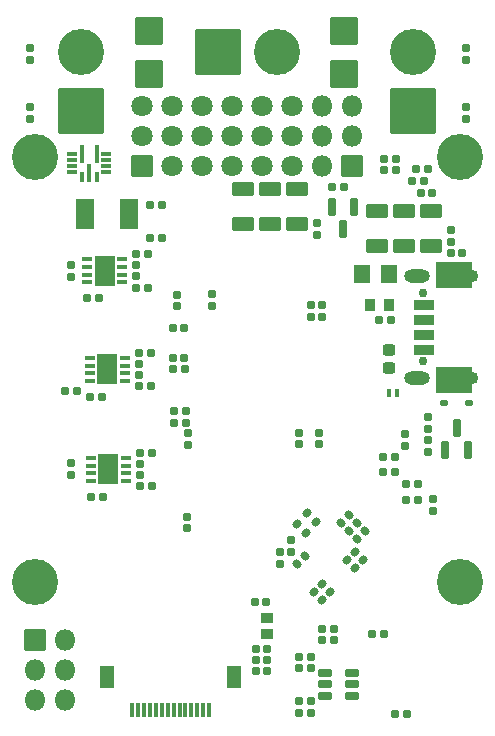
<source format=gbr>
%TF.GenerationSoftware,KiCad,Pcbnew,8.0.5*%
%TF.CreationDate,2024-11-08T19:29:56+08:00*%
%TF.ProjectId,STM32H730,53544d33-3248-4373-9330-2e6b69636164,rev?*%
%TF.SameCoordinates,Original*%
%TF.FileFunction,Soldermask,Bot*%
%TF.FilePolarity,Negative*%
%FSLAX46Y46*%
G04 Gerber Fmt 4.6, Leading zero omitted, Abs format (unit mm)*
G04 Created by KiCad (PCBNEW 8.0.5) date 2024-11-08 19:29:56*
%MOMM*%
%LPD*%
G01*
G04 APERTURE LIST*
G04 Aperture macros list*
%AMRoundRect*
0 Rectangle with rounded corners*
0 $1 Rounding radius*
0 $2 $3 $4 $5 $6 $7 $8 $9 X,Y pos of 4 corners*
0 Add a 4 corners polygon primitive as box body*
4,1,4,$2,$3,$4,$5,$6,$7,$8,$9,$2,$3,0*
0 Add four circle primitives for the rounded corners*
1,1,$1+$1,$2,$3*
1,1,$1+$1,$4,$5*
1,1,$1+$1,$6,$7*
1,1,$1+$1,$8,$9*
0 Add four rect primitives between the rounded corners*
20,1,$1+$1,$2,$3,$4,$5,0*
20,1,$1+$1,$4,$5,$6,$7,0*
20,1,$1+$1,$6,$7,$8,$9,0*
20,1,$1+$1,$8,$9,$2,$3,0*%
G04 Aperture macros list end*
%ADD10RoundRect,0.050800X-0.850000X-0.850000X0.850000X-0.850000X0.850000X0.850000X-0.850000X0.850000X0*%
%ADD11O,1.801600X1.801600*%
%ADD12C,0.751600*%
%ADD13O,2.201600X1.101600*%
%ADD14O,1.901600X1.101600*%
%ADD15C,3.901600*%
%ADD16RoundRect,0.050800X-1.900000X-1.900000X1.900000X-1.900000X1.900000X1.900000X-1.900000X1.900000X0*%
%ADD17C,1.801600*%
%ADD18RoundRect,0.050800X1.900000X-1.900000X1.900000X1.900000X-1.900000X1.900000X-1.900000X-1.900000X0*%
%ADD19RoundRect,0.050800X0.850000X0.850000X-0.850000X0.850000X-0.850000X-0.850000X0.850000X-0.850000X0*%
%ADD20RoundRect,0.165400X-0.165400X-0.195400X0.165400X-0.195400X0.165400X0.195400X-0.165400X0.195400X0*%
%ADD21RoundRect,0.160400X0.210400X-0.160400X0.210400X0.160400X-0.210400X0.160400X-0.210400X-0.160400X0*%
%ADD22RoundRect,0.165400X0.195400X-0.165400X0.195400X0.165400X-0.195400X0.165400X-0.195400X-0.165400X0*%
%ADD23RoundRect,0.160400X0.160400X0.210400X-0.160400X0.210400X-0.160400X-0.210400X0.160400X-0.210400X0*%
%ADD24RoundRect,0.165400X0.255124X0.021213X0.021213X0.255124X-0.255124X-0.021213X-0.021213X-0.255124X0*%
%ADD25RoundRect,0.272087X-0.678713X0.353713X-0.678713X-0.353713X0.678713X-0.353713X0.678713X0.353713X0*%
%ADD26RoundRect,0.160400X-0.210400X0.160400X-0.210400X-0.160400X0.210400X-0.160400X0.210400X0.160400X0*%
%ADD27RoundRect,0.050800X0.381000X0.152400X-0.381000X0.152400X-0.381000X-0.152400X0.381000X-0.152400X0*%
%ADD28RoundRect,0.050800X0.825500X1.219200X-0.825500X1.219200X-0.825500X-1.219200X0.825500X-1.219200X0*%
%ADD29RoundRect,0.165400X0.165400X0.195400X-0.165400X0.195400X-0.165400X-0.195400X0.165400X-0.195400X0*%
%ADD30RoundRect,0.050800X1.104900X1.130300X-1.104900X1.130300X-1.104900X-1.130300X1.104900X-1.130300X0*%
%ADD31RoundRect,0.160400X-0.262195X-0.035355X-0.035355X-0.262195X0.262195X0.035355X0.035355X0.262195X0*%
%ADD32RoundRect,0.050800X-0.152400X0.749300X-0.152400X-0.749300X0.152400X-0.749300X0.152400X0.749300X0*%
%ADD33RoundRect,0.050800X0.355600X0.152400X-0.355600X0.152400X-0.355600X-0.152400X0.355600X-0.152400X0*%
%ADD34RoundRect,0.050800X-0.152400X0.355600X-0.152400X-0.355600X0.152400X-0.355600X0.152400X0.355600X0*%
%ADD35RoundRect,0.160400X-0.160400X-0.210400X0.160400X-0.210400X0.160400X0.210400X-0.160400X0.210400X0*%
%ADD36RoundRect,0.175400X-0.175400X0.612900X-0.175400X-0.612900X0.175400X-0.612900X0.175400X0.612900X0*%
%ADD37RoundRect,0.165400X-0.195400X0.165400X-0.195400X-0.165400X0.195400X-0.165400X0.195400X0.165400X0*%
%ADD38RoundRect,0.165400X0.021213X-0.255124X0.255124X-0.021213X-0.021213X0.255124X-0.255124X0.021213X0*%
%ADD39RoundRect,0.165400X-0.021213X0.255124X-0.255124X0.021213X0.021213X-0.255124X0.255124X-0.021213X0*%
%ADD40RoundRect,0.050800X0.150000X0.300000X-0.150000X0.300000X-0.150000X-0.300000X0.150000X-0.300000X0*%
%ADD41RoundRect,0.050800X-0.750000X-1.250000X0.750000X-1.250000X0.750000X1.250000X-0.750000X1.250000X0*%
%ADD42RoundRect,0.137900X0.212900X0.137900X-0.212900X0.137900X-0.212900X-0.137900X0.212900X-0.137900X0*%
%ADD43RoundRect,0.050800X-0.536000X0.266000X-0.536000X-0.266000X0.536000X-0.266000X0.536000X0.266000X0*%
%ADD44RoundRect,0.244150X-0.281650X0.244150X-0.281650X-0.244150X0.281650X-0.244150X0.281650X0.244150X0*%
%ADD45RoundRect,0.050800X-0.800000X0.400000X-0.800000X-0.400000X0.800000X-0.400000X0.800000X0.400000X0*%
%ADD46RoundRect,0.050800X-1.500000X1.050000X-1.500000X-1.050000X1.500000X-1.050000X1.500000X1.050000X0*%
%ADD47RoundRect,0.225400X-0.225400X-0.300400X0.225400X-0.300400X0.225400X0.300400X-0.225400X0.300400X0*%
%ADD48RoundRect,0.160400X-0.035355X0.262195X-0.262195X0.035355X0.035355X-0.262195X0.262195X-0.035355X0*%
%ADD49RoundRect,0.175400X0.175400X-0.612900X0.175400X0.612900X-0.175400X0.612900X-0.175400X-0.612900X0*%
%ADD50RoundRect,0.050800X-0.150000X-0.550000X0.150000X-0.550000X0.150000X0.550000X-0.150000X0.550000X0*%
%ADD51RoundRect,0.050800X-0.550000X-0.900000X0.550000X-0.900000X0.550000X0.900000X-0.550000X0.900000X0*%
%ADD52RoundRect,0.050800X-0.667500X-0.750000X0.667500X-0.750000X0.667500X0.750000X-0.667500X0.750000X0*%
%ADD53RoundRect,0.050800X0.432000X-0.400000X0.432000X0.400000X-0.432000X0.400000X-0.432000X-0.400000X0*%
G04 APERTURE END LIST*
D10*
%TO.C,J7*%
X86050200Y-83149200D03*
D11*
X88590200Y-83149200D03*
X86050200Y-85689200D03*
X88590200Y-85689200D03*
X86050200Y-88229200D03*
X88590200Y-88229200D03*
%TD*%
D12*
%TO.C,J5*%
X118875000Y-59520000D03*
X118875000Y-53740000D03*
D13*
X118375000Y-60950000D03*
D14*
X122555000Y-60950000D03*
D13*
X118375000Y-52310000D03*
D14*
X122555000Y-52310000D03*
%TD*%
D15*
%TO.C,J3*%
X86000000Y-78250000D03*
%TD*%
D16*
%TO.C,CN2*%
X101500000Y-33350000D03*
D15*
X106500000Y-33350000D03*
%TD*%
%TO.C,J2*%
X122000000Y-42250000D03*
%TD*%
D10*
%TO.C,CN5*%
X95095000Y-42985000D03*
D17*
X95095000Y-40445000D03*
X95095000Y-37905000D03*
X97635000Y-42985000D03*
X97635000Y-40445000D03*
X97635000Y-37905000D03*
X100175000Y-42985000D03*
X100175000Y-40445000D03*
X100175000Y-37905000D03*
X102715000Y-42985000D03*
X102715000Y-40445000D03*
X102715000Y-37905000D03*
X105255000Y-42985000D03*
X105255000Y-40445000D03*
X105255000Y-37905000D03*
X107795000Y-42985000D03*
X107795000Y-40445000D03*
X107795000Y-37905000D03*
%TD*%
D18*
%TO.C,CN8*%
X89900000Y-38350000D03*
D15*
X89900000Y-33350000D03*
%TD*%
%TO.C,J1*%
X86000000Y-42250000D03*
%TD*%
%TO.C,J4*%
X122000000Y-78250000D03*
%TD*%
D18*
%TO.C,CN9*%
X118060000Y-38380000D03*
D15*
X118060000Y-33380000D03*
%TD*%
D19*
%TO.C,J6*%
X112875000Y-42985000D03*
D11*
X110335000Y-42985000D03*
X112875000Y-40445000D03*
X110335000Y-40445000D03*
X112875000Y-37905000D03*
X110335000Y-37905000D03*
%TD*%
D20*
%TO.C,C46*%
X121245000Y-50375000D03*
X122205000Y-50375000D03*
%TD*%
D21*
%TO.C,R47*%
X119725000Y-72235000D03*
X119725000Y-71215000D03*
%TD*%
D22*
%TO.C,C29*%
X94600000Y-52352601D03*
X94600000Y-51392601D03*
%TD*%
D23*
%TO.C,R5*%
X111330200Y-82169000D03*
X110310200Y-82169000D03*
%TD*%
D20*
%TO.C,C30*%
X90451000Y-54222601D03*
X91411000Y-54222601D03*
%TD*%
D24*
%TO.C,C23*%
X113144800Y-77016000D03*
X112465978Y-76337178D03*
%TD*%
D22*
%TO.C,C34*%
X94825000Y-60705000D03*
X94825000Y-59745000D03*
%TD*%
D25*
%TO.C,C53*%
X108225000Y-44975000D03*
X108225000Y-47925000D03*
%TD*%
D26*
%TO.C,R44*%
X109850000Y-47865000D03*
X109850000Y-48885000D03*
%TD*%
D20*
%TO.C,C8*%
X97691000Y-59258200D03*
X98651000Y-59258200D03*
%TD*%
D23*
%TO.C,R49*%
X118417500Y-69950000D03*
X117397500Y-69950000D03*
%TD*%
D27*
%TO.C,U10*%
X93623200Y-59250000D03*
X93623200Y-59899998D03*
X93623200Y-60550000D03*
X93623200Y-61199998D03*
X90676800Y-61199998D03*
X90676800Y-60550000D03*
X90676800Y-59899998D03*
X90676800Y-59250000D03*
D28*
X92150000Y-60224999D03*
%TD*%
D29*
%TO.C,C50*%
X116560002Y-42375000D03*
X115600002Y-42375000D03*
%TD*%
D22*
%TO.C,C9*%
X99009200Y-66596200D03*
X99009200Y-65636200D03*
%TD*%
D30*
%TO.C,CR1*%
X95675000Y-31558900D03*
X95675000Y-35191100D03*
%TD*%
D31*
%TO.C,R14*%
X109062576Y-72384976D03*
X109783824Y-73106224D03*
%TD*%
D32*
%TO.C,U6*%
X89961355Y-41960544D03*
X91261607Y-41960544D03*
D33*
X92061481Y-42011355D03*
X92061481Y-42511481D03*
X92061481Y-43011607D03*
X92061481Y-43511733D03*
D34*
X91261607Y-43961544D03*
D32*
X90611481Y-43562544D03*
D34*
X89961355Y-43961544D03*
D33*
X89161481Y-43511733D03*
X89161481Y-43011607D03*
X89161481Y-42511481D03*
X89161481Y-42011355D03*
%TD*%
D35*
%TO.C,R25*%
X94865000Y-70125000D03*
X95885000Y-70125000D03*
%TD*%
D25*
%TO.C,C61*%
X119575000Y-46800000D03*
X119575000Y-49750000D03*
%TD*%
D23*
%TO.C,R41*%
X116183600Y-56057800D03*
X115163600Y-56057800D03*
%TD*%
D27*
%TO.C,U3*%
X93392200Y-50900001D03*
X93392200Y-51549999D03*
X93392200Y-52200001D03*
X93392200Y-52849999D03*
X90445800Y-52849999D03*
X90445800Y-52200001D03*
X90445800Y-51549999D03*
X90445800Y-50900001D03*
D28*
X91919000Y-51875000D03*
%TD*%
D35*
%TO.C,R58*%
X117940000Y-44300000D03*
X118960000Y-44300000D03*
%TD*%
D20*
%TO.C,C12*%
X95770000Y-46300000D03*
X96730000Y-46300000D03*
%TD*%
D21*
%TO.C,R51*%
X122525000Y-39062500D03*
X122525000Y-38042500D03*
%TD*%
D30*
%TO.C,CR2*%
X112204500Y-31559500D03*
X112204500Y-35191700D03*
%TD*%
D26*
%TO.C,R26*%
X89050000Y-68180201D03*
X89050000Y-69200201D03*
%TD*%
D23*
%TO.C,R4*%
X111330200Y-83134200D03*
X110310200Y-83134200D03*
%TD*%
%TO.C,R60*%
X116460000Y-67625000D03*
X115440000Y-67625000D03*
%TD*%
D35*
%TO.C,R43*%
X97686400Y-60225000D03*
X98706400Y-60225000D03*
%TD*%
D25*
%TO.C,C62*%
X114975000Y-46800000D03*
X114975000Y-49750000D03*
%TD*%
D21*
%TO.C,R46*%
X121275000Y-49460000D03*
X121275000Y-48440000D03*
%TD*%
D36*
%TO.C,Q2*%
X111125000Y-46450000D03*
X113025000Y-46450000D03*
X112075000Y-48325000D03*
%TD*%
D20*
%TO.C,C32*%
X90695000Y-62575000D03*
X91655000Y-62575000D03*
%TD*%
D29*
%TO.C,C19*%
X105655000Y-85800000D03*
X104695000Y-85800000D03*
%TD*%
D20*
%TO.C,C7*%
X97818000Y-63785200D03*
X98778000Y-63785200D03*
%TD*%
D31*
%TO.C,R16*%
X108198976Y-73350176D03*
X108920224Y-74071424D03*
%TD*%
D37*
%TO.C,C3*%
X98018600Y-53926800D03*
X98018600Y-54886800D03*
%TD*%
D25*
%TO.C,C54*%
X105925000Y-44975000D03*
X105925000Y-47925000D03*
%TD*%
D29*
%TO.C,C6*%
X110330000Y-54809800D03*
X109370000Y-54809800D03*
%TD*%
D38*
%TO.C,C26*%
X108220189Y-76666411D03*
X108899011Y-75987589D03*
%TD*%
D22*
%TO.C,C10*%
X110058200Y-66570800D03*
X110058200Y-65610800D03*
%TD*%
D39*
%TO.C,C22*%
X113979011Y-73879389D03*
X113300189Y-74558211D03*
%TD*%
D40*
%TO.C,U14*%
X116626400Y-62204600D03*
X115976400Y-62204600D03*
%TD*%
D41*
%TO.C,L2*%
X90250000Y-47075000D03*
X93950000Y-47075000D03*
%TD*%
D26*
%TO.C,R54*%
X85585000Y-33042500D03*
X85585000Y-34062500D03*
%TD*%
D21*
%TO.C,R53*%
X85600000Y-39062500D03*
X85600000Y-38042500D03*
%TD*%
D24*
%TO.C,C25*%
X110998000Y-79070200D03*
X110319178Y-78391378D03*
%TD*%
D42*
%TO.C,D1*%
X122741400Y-63075000D03*
X120641400Y-63075000D03*
%TD*%
D29*
%TO.C,C18*%
X105612650Y-79950000D03*
X104652650Y-79950000D03*
%TD*%
D23*
%TO.C,R6*%
X109374400Y-88341200D03*
X108354400Y-88341200D03*
%TD*%
%TO.C,R9*%
X109374400Y-85521800D03*
X108354400Y-85521800D03*
%TD*%
D35*
%TO.C,R45*%
X95740000Y-49125000D03*
X96760000Y-49125000D03*
%TD*%
D26*
%TO.C,R17*%
X107675000Y-74640001D03*
X107675000Y-75659999D03*
%TD*%
D20*
%TO.C,C59*%
X118670000Y-45275000D03*
X119630000Y-45275000D03*
%TD*%
D43*
%TO.C,D2*%
X112883600Y-85943400D03*
X112883600Y-86893400D03*
X112883600Y-87843400D03*
X110585600Y-87843400D03*
X110585600Y-86893400D03*
X110585600Y-85943400D03*
%TD*%
D20*
%TO.C,C44*%
X97815400Y-64725000D03*
X98775400Y-64725000D03*
%TD*%
D44*
%TO.C,L7*%
X115976400Y-58572300D03*
X115976400Y-60147300D03*
%TD*%
D26*
%TO.C,R1*%
X89048800Y-51378601D03*
X89048800Y-52398601D03*
%TD*%
D23*
%TO.C,R11*%
X117477000Y-89408000D03*
X116457000Y-89408000D03*
%TD*%
D35*
%TO.C,R3*%
X94565000Y-53297601D03*
X95585000Y-53297601D03*
%TD*%
D20*
%TO.C,C11*%
X97663000Y-56743600D03*
X98623000Y-56743600D03*
%TD*%
D35*
%TO.C,R50*%
X111140000Y-44800000D03*
X112160000Y-44800000D03*
%TD*%
D26*
%TO.C,R59*%
X117350000Y-65715000D03*
X117350000Y-66735000D03*
%TD*%
D45*
%TO.C,CN3*%
X118980000Y-54810000D03*
X118980000Y-56060000D03*
X118980000Y-57310000D03*
X118980000Y-58560000D03*
D46*
X121480000Y-61120000D03*
X121480000Y-52260000D03*
%TD*%
D35*
%TO.C,R29*%
X88515000Y-62050000D03*
X89535000Y-62050000D03*
%TD*%
D29*
%TO.C,C13*%
X110330000Y-55775000D03*
X109370000Y-55775000D03*
%TD*%
D24*
%TO.C,C24*%
X113814411Y-76339411D03*
X113135589Y-75660589D03*
%TD*%
D26*
%TO.C,R18*%
X106725000Y-75690001D03*
X106725000Y-76709999D03*
%TD*%
%TO.C,R52*%
X122510000Y-33042500D03*
X122510000Y-34062500D03*
%TD*%
%TO.C,R39*%
X119250000Y-64265000D03*
X119250000Y-65285000D03*
%TD*%
D23*
%TO.C,R7*%
X109374400Y-89306400D03*
X108354400Y-89306400D03*
%TD*%
D47*
%TO.C,R40*%
X114338600Y-54813200D03*
X115988600Y-54813200D03*
%TD*%
D48*
%TO.C,R19*%
X113309400Y-73202800D03*
X112588152Y-73924048D03*
%TD*%
D22*
%TO.C,C33*%
X94900000Y-69180000D03*
X94900000Y-68220000D03*
%TD*%
D27*
%TO.C,U9*%
X93698200Y-67725001D03*
X93698200Y-68374999D03*
X93698200Y-69025001D03*
X93698200Y-69674999D03*
X90751800Y-69674999D03*
X90751800Y-69025001D03*
X90751800Y-68374999D03*
X90751800Y-67725001D03*
D28*
X92225000Y-68700000D03*
%TD*%
D20*
%TO.C,C31*%
X90770000Y-71025000D03*
X91730000Y-71025000D03*
%TD*%
D49*
%TO.C,Q1*%
X122669100Y-67063900D03*
X120769100Y-67063900D03*
X121719100Y-65188900D03*
%TD*%
D35*
%TO.C,R24*%
X94865000Y-67275000D03*
X95885000Y-67275000D03*
%TD*%
D21*
%TO.C,R42*%
X101015800Y-54891400D03*
X101015800Y-53871400D03*
%TD*%
D26*
%TO.C,R38*%
X119250000Y-66175000D03*
X119250000Y-67195000D03*
%TD*%
D37*
%TO.C,C45*%
X98900000Y-72695000D03*
X98900000Y-73655000D03*
%TD*%
D23*
%TO.C,R48*%
X118417500Y-71275000D03*
X117397500Y-71275000D03*
%TD*%
D22*
%TO.C,C14*%
X108375000Y-66570800D03*
X108375000Y-65610800D03*
%TD*%
D29*
%TO.C,C58*%
X116560002Y-43305000D03*
X115600002Y-43305000D03*
%TD*%
D50*
%TO.C,FPC1*%
X94250000Y-89038500D03*
X94750000Y-89038500D03*
X95250000Y-89038500D03*
X95750000Y-89038500D03*
X96250000Y-89038500D03*
X96750000Y-89038500D03*
X97250000Y-89038500D03*
X97750000Y-89038500D03*
X98250000Y-89038500D03*
X98750000Y-89038500D03*
X99250000Y-89038500D03*
X99750000Y-89038500D03*
X100250000Y-89038500D03*
X100750000Y-89038500D03*
D51*
X102900000Y-86238500D03*
X92100000Y-86238500D03*
%TD*%
D29*
%TO.C,C27*%
X105662350Y-83920400D03*
X104702350Y-83920400D03*
%TD*%
D48*
%TO.C,R20*%
X112628624Y-72537376D03*
X111907376Y-73258624D03*
%TD*%
D29*
%TO.C,C28*%
X105662350Y-84860200D03*
X104702350Y-84860200D03*
%TD*%
D52*
%TO.C,F1*%
X113732500Y-52150000D03*
X116017500Y-52150000D03*
%TD*%
D23*
%TO.C,R8*%
X109376400Y-84556600D03*
X108356400Y-84556600D03*
%TD*%
D35*
%TO.C,R2*%
X94565000Y-50447601D03*
X95585000Y-50447601D03*
%TD*%
%TO.C,R28*%
X94790000Y-61650000D03*
X95810000Y-61650000D03*
%TD*%
D25*
%TO.C,C63*%
X117275000Y-46800000D03*
X117275000Y-49750000D03*
%TD*%
D20*
%TO.C,C17*%
X114570000Y-82650000D03*
X115530000Y-82650000D03*
%TD*%
D23*
%TO.C,R55*%
X119260000Y-43250000D03*
X118240000Y-43250000D03*
%TD*%
D53*
%TO.C,L6*%
X105675000Y-81244050D03*
X105675000Y-82644050D03*
%TD*%
D25*
%TO.C,C52*%
X103600000Y-44975000D03*
X103600000Y-47925000D03*
%TD*%
D35*
%TO.C,R27*%
X94790000Y-58800000D03*
X95810000Y-58800000D03*
%TD*%
D23*
%TO.C,R61*%
X116460000Y-68900000D03*
X115440000Y-68900000D03*
%TD*%
D31*
%TO.C,R10*%
X109595976Y-79039776D03*
X110317224Y-79761024D03*
%TD*%
M02*

</source>
